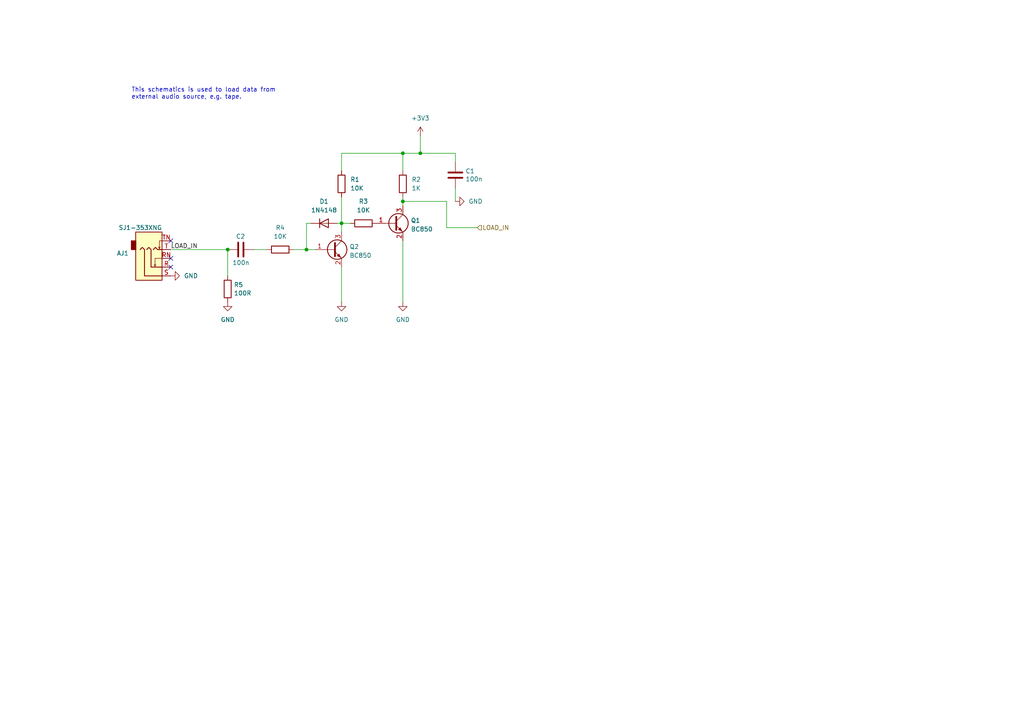
<source format=kicad_sch>
(kicad_sch (version 20250114) (generator "eeschema") (generator_version "9.0")
  (paper "A4")
  (title_block (title "FRANK M1") (date "2025-03-03") (rev "1.14") (company "Mikhail Matveev") (comment 1 "https://github.com/xtremespb/frank"))
  (lib_symbols
    (symbol "BC850_1" (pin_names (offset 0) (hide yes))
      (property "Reference" "Q" (at 5.08 1.905 0))
      (property "Value" "BC850" (at 5.08 0 0))
      (symbol "BC850_1_0_1"
        (polyline (pts (xy -2.54 0) (xy 0.635 0)))
        (polyline (pts (xy 0.635 1.905) (xy 0.635 -1.905)) (stroke (width 0.508)))
        (circle (center 1.27 0) (radius 2.8194) (stroke (width 0.254)))
      )
      (symbol "BC850_1_1_1"
        (polyline (pts (xy 0.635 0.635) (xy 2.54 2.54)))
        (polyline (pts (xy 0.635 -0.635) (xy 2.54 -2.54)))
        (polyline (pts (xy 1.27 -1.778) (xy 1.778 -1.27) (xy 2.286 -2.286) (xy 1.27 -1.778)) (fill (type outline)))
        (pin input line (at -5.08 0 0) (length 2.54) (name "B") (number "1"))
        (pin passive line (at 2.54 5.08 270) (length 2.54) (name "C") (number "3"))
        (pin passive line (at 2.54 -5.08 90) (length 2.54) (name "E") (number "2"))
      )
    )
    (symbol "Device:C" (pin_numbers (hide yes)) (pin_names (offset 0.254))
      (property "Reference" "C" (at 0.635 2.54 0))
      (property "Value" "C" (at 0.635 -2.54 0))
      (symbol "C_0_1"
        (polyline (pts (xy -2.032 0.762) (xy 2.032 0.762)) (stroke (width 0.508)))
        (polyline (pts (xy -2.032 -0.762) (xy 2.032 -0.762)) (stroke (width 0.508)))
      )
      (symbol "C_1_1"
        (pin passive line (at 0 3.81 270) (length 2.794) (name "~") (number "1"))
        (pin passive line (at 0 -3.81 90) (length 2.794) (name "~") (number "2"))
      )
    )
    (symbol "Device:D" (pin_numbers (hide yes)) (pin_names (offset 1.016) (hide yes))
      (property "Reference" "D" (at 0 2.54 0))
      (property "Value" "D" (at 0 -2.54 0))
      (symbol "D_0_1"
        (polyline (pts (xy -1.27 1.27) (xy -1.27 -1.27)) (stroke (width 0.254)))
        (polyline (pts (xy 1.27 1.27) (xy 1.27 -1.27) (xy -1.27 0) (xy 1.27 1.27)) (stroke (width 0.254)))
        (polyline (pts (xy 1.27 0) (xy -1.27 0)))
      )
      (symbol "D_1_1"
        (pin passive line (at -3.81 0 0) (length 2.54) (name "K") (number "1"))
        (pin passive line (at 3.81 0 180) (length 2.54) (name "A") (number "2"))
      )
    )
    (symbol "Device:R" (pin_numbers (hide yes)) (pin_names (offset 0))
      (property "Reference" "R" (at 2.032 0 90))
      (property "Value" "R" (at 0 0 90))
      (symbol "R_0_1"
        (rectangle (start -1.016 -2.54) (end 1.016 2.54) (stroke (width 0.254)))
      )
      (symbol "R_1_1"
        (pin passive line (at 0 3.81 270) (length 1.27) (name "~") (number "1"))
        (pin passive line (at 0 -3.81 90) (length 1.27) (name "~") (number "2"))
      )
    )
    (symbol "FRANK:AudioJack_3.5mm"
      (property "Reference" "AJ2" (at -7.1119 -4.0097 0))
      (symbol "AudioJack_3.5mm_0_1"
        (rectangle (start -5.08 -5.08) (end -6.35 -7.62) (stroke (width 0.254)) (fill (type outline)))
        (polyline (pts (xy -1.905 -5.08) (xy -1.27 -5.715) (xy -0.635 -5.08) (xy -0.635 0) (xy 2.54 0)) (stroke (width 0.254)))
        (polyline (pts (xy 0 -5.08) (xy 0.635 -5.715) (xy 1.27 -5.08) (xy 2.54 -5.08)) (stroke (width 0.254)))
        (polyline (pts (xy 0.508 -0.254) (xy 0.762 -0.762)))
        (polyline (pts (xy 1.778 -5.334) (xy 2.032 -5.842)))
        (rectangle (start 2.54 3.81) (end -5.08 -10.16) (stroke (width 0.254)) (fill (type background)))
        (polyline (pts (xy 2.54 2.54) (xy -2.54 2.54) (xy -2.54 -5.08) (xy -3.175 -5.715) (xy -3.81 -5.08)) (stroke (width 0.254)))
        (polyline (pts (xy 2.54 -2.54) (xy 0.508 -2.54) (xy 0.508 -0.254) (xy 0.254 -0.762)))
        (polyline (pts (xy 2.54 -7.62) (xy 1.778 -7.62) (xy 1.778 -5.334) (xy 1.524 -5.842)))
      )
      (symbol "AudioJack_3.5mm_1_1"
        (pin passive line (at 5.08 2.54 180) (length 2.54) (name "~") (number "S"))
        (pin passive line (at 5.08 0 180) (length 2.54) (name "~") (number "R"))
        (pin passive line (at 5.08 -2.54 180) (length 2.54) (name "~") (number "RN"))
        (pin passive line (at 5.08 -5.08 180) (length 2.54) (name "~") (number "T"))
        (pin passive line (at 5.08 -7.62 180) (length 2.54) (name "~") (number "TN"))
      )
    )
    (symbol "GND_1" (power) (pin_numbers (hide yes)) (pin_names (offset 0) (hide yes))
      (property "Value" "GND" (at 0 -3.81 0))
      (symbol "GND_1_0_1"
        (polyline (pts (xy 0 0) (xy 0 -1.27) (xy 1.27 -1.27) (xy 0 -2.54) (xy -1.27 -1.27) (xy 0 -1.27)))
      )
      (symbol "GND_1_1_1"
        (pin power_in line (at 0 0 270) (length 0) (name "~") (number "1"))
      )
    )
    (symbol "GND_2" (power) (pin_numbers (hide yes)) (pin_names (offset 0) (hide yes))
      (property "Value" "GND" (at 0 -3.81 0))
      (symbol "GND_2_0_1"
        (polyline (pts (xy 0 0) (xy 0 -1.27) (xy 1.27 -1.27) (xy 0 -2.54) (xy -1.27 -1.27) (xy 0 -1.27)))
      )
      (symbol "GND_2_1_1"
        (pin power_in line (at 0 0 270) (length 0) (name "~") (number "1"))
      )
    )
    (symbol "GND_3" (power) (pin_numbers (hide yes)) (pin_names (offset 0) (hide yes))
      (property "Value" "GND" (at 0 -3.81 0))
      (symbol "GND_3_0_1"
        (polyline (pts (xy 0 0) (xy 0 -1.27) (xy 1.27 -1.27) (xy 0 -2.54) (xy -1.27 -1.27) (xy 0 -1.27)))
      )
      (symbol "GND_3_1_1"
        (pin power_in line (at 0 0 270) (length 0) (name "~") (number "1"))
      )
    )
    (symbol "GND_4" (power) (pin_numbers (hide yes)) (pin_names (offset 0) (hide yes))
      (property "Value" "GND" (at 0 -3.81 0))
      (symbol "GND_4_0_1"
        (polyline (pts (xy 0 0) (xy 0 -1.27) (xy 1.27 -1.27) (xy 0 -2.54) (xy -1.27 -1.27) (xy 0 -1.27)))
      )
      (symbol "GND_4_1_1"
        (pin power_in line (at 0 0 270) (length 0) (name "~") (number "1"))
      )
    )
    (symbol "Transistor_BJT:BC850" (pin_names (offset 0) (hide yes))
      (property "Reference" "Q" (at 5.08 1.905 0))
      (property "Value" "BC850" (at 5.08 0 0))
      (symbol "BC850_0_1"
        (polyline (pts (xy -2.54 0) (xy 0.635 0)))
        (polyline (pts (xy 0.635 1.905) (xy 0.635 -1.905)) (stroke (width 0.508)))
        (circle (center 1.27 0) (radius 2.8194) (stroke (width 0.254)))
      )
      (symbol "BC850_1_1"
        (polyline (pts (xy 0.635 0.635) (xy 2.54 2.54)))
        (polyline (pts (xy 0.635 -0.635) (xy 2.54 -2.54)))
        (polyline (pts (xy 1.27 -1.778) (xy 1.778 -1.27) (xy 2.286 -2.286) (xy 1.27 -1.778)) (fill (type outline)))
        (pin input line (at -5.08 0 0) (length 2.54) (name "B") (number "1"))
        (pin passive line (at 2.54 5.08 270) (length 2.54) (name "C") (number "3"))
        (pin passive line (at 2.54 -5.08 90) (length 2.54) (name "E") (number "2"))
      )
    )
    (symbol "power:+3V3" (power) (pin_numbers (hide yes)) (pin_names (offset 0) (hide yes))
      (property "Value" "+3V3" (at 0 3.556 0))
      (symbol "+3V3_0_1"
        (polyline (pts (xy -0.762 1.27) (xy 0 2.54)))
        (polyline (pts (xy 0 2.54) (xy 0.762 1.27)))
        (polyline (pts (xy 0 0) (xy 0 2.54)))
      )
      (symbol "+3V3_1_1"
        (pin power_in line (at 0 0 90) (length 0) (name "~") (number "1"))
      )
    )
    (symbol "power:GND" (power) (pin_numbers (hide yes)) (pin_names (offset 0) (hide yes))
      (property "Value" "GND" (at 0 -3.81 0))
      (symbol "GND_0_1"
        (polyline (pts (xy 0 0) (xy 0 -1.27) (xy 1.27 -1.27) (xy 0 -2.54) (xy -1.27 -1.27) (xy 0 -1.27)))
      )
      (symbol "GND_1_1"
        (pin power_in line (at 0 0 270) (length 0) (name "~") (number "1"))
      )
    )
  )
  (text "This schematics is used to load data from\nexternal audio source, e.g. tape." (at 38.1 27.178 0) (effects (font (size 1.27 1.27)) (justify left)))
  (junction (at 116.84 58.42))
  (junction (at 88.9 72.39))
  (junction (at 66.04 72.39))
  (junction (at 99.06 64.77))
  (junction (at 121.92 44.45))
  (junction (at 116.84 44.45))
  (no_connect (at 49.53 69.85))
  (no_connect (at 49.53 74.93))
  (no_connect (at 49.53 77.47))
  (wire (pts (xy 116.84 58.42) (xy 129.54 58.42)))
  (wire (pts (xy 99.06 64.77) (xy 99.06 67.31)))
  (wire (pts (xy 85.09 72.39) (xy 88.9 72.39)))
  (wire (pts (xy 121.92 44.45) (xy 132.08 44.45)))
  (wire (pts (xy 129.54 58.42) (xy 129.54 66.04)))
  (wire (pts (xy 97.79 64.77) (xy 99.06 64.77)))
  (wire (pts (xy 88.9 72.39) (xy 91.44 72.39)))
  (wire (pts (xy 116.84 58.42) (xy 116.84 59.69)))
  (wire (pts (xy 90.17 64.77) (xy 88.9 64.77)))
  (wire (pts (xy 129.54 66.04) (xy 138.43 66.04)))
  (wire (pts (xy 88.9 64.77) (xy 88.9 72.39)))
  (wire (pts (xy 73.66 72.39) (xy 77.47 72.39)))
  (wire (pts (xy 116.84 44.45) (xy 121.92 44.45)))
  (wire (pts (xy 99.06 77.47) (xy 99.06 87.63)))
  (wire (pts (xy 116.84 44.45) (xy 116.84 49.53)))
  (wire (pts (xy 99.06 44.45) (xy 99.06 49.53)))
  (wire (pts (xy 121.92 39.37) (xy 121.92 44.45)))
  (wire (pts (xy 116.84 69.85) (xy 116.84 87.63)))
  (wire (pts (xy 132.08 54.61) (xy 132.08 58.42)))
  (wire (pts (xy 99.06 44.45) (xy 116.84 44.45)))
  (wire (pts (xy 132.08 44.45) (xy 132.08 46.99)))
  (wire (pts (xy 49.53 72.39) (xy 66.04 72.39)))
  (wire (pts (xy 99.06 57.15) (xy 99.06 64.77)))
  (wire (pts (xy 116.84 57.15) (xy 116.84 58.42)))
  (wire (pts (xy 66.04 72.39) (xy 66.04 80.01)))
  (wire (pts (xy 99.06 64.77) (xy 101.6 64.77)))
  (label "LOAD_IN" (at 49.53 72.39 0))
  (hierarchical_label "LOAD_IN" (shape input) (at 138.43 66.04 0))
  (symbol (lib_id "Device:D") (at 93.98 64.77 0) (unit 1)
    (property "Reference" "D7" (at 93.98 58.42 0))
    (property "Value" "1N4148" (at 93.98 60.96 0))
    (property "Footprint" "FRANK:Diode (SOD-323)" (effects (hide yes)))
    (property "Datasheet" "https://www.vishay.com/docs/85748/1n4148w.pdf" (effects (hide yes)))
    (property "Description" "Diode" (effects (hide yes)))
    (property "Sim.Device" "D" (effects (hide yes)))
    (property "Sim.Pins" "1=K 2=A" (effects (hide yes)))
    (property "AliExpress" "https://www.aliexpress.com/item/1005005707644429.html" (effects (hide yes)))
    (instances (project "" (path "" (reference "D1") (unit 1))) (project "" (path "" (reference "D7") (unit 1))))
  )
  (symbol (lib_name "GND_2") (lib_id "power:GND") (at 99.06 87.63 0) (unit 1)
    (property "Reference" "#PWR054" (effects (hide yes)))
    (property "Value" "GND" (at 99.06 92.71 0))
    (property "Description" "Power symbol creates a global label with name \"GND\" , ground" (effects (hide yes)))
    (instances (project "" (path "" (reference "#PWR07") (unit 1))) (project "" (path "" (reference "#PWR054") (unit 1))))
  )
  (symbol (lib_id "Device:R") (at 105.41 64.77 90) (unit 1)
    (property "Reference" "R30" (at 105.41 58.42 90))
    (property "Value" "10K" (at 105.41 60.96 90))
    (property "Footprint" "FRANK:Resistor (0805)" (effects (hide yes)))
    (property "Datasheet" "https://www.vishay.com/docs/28952/mcs0402at-mct0603at-mcu0805at-mca1206at.pdf" (effects (hide yes)))
    (property "AliExpress" "https://www.aliexpress.com/item/1005005945735199.html" (effects (hide yes)))
    (instances (project "38NJU24" (path "" (reference "R3") (unit 1))) (project "38NJU24" (path "" (reference "R30") (unit 1))))
  )
  (symbol (lib_id "power:GND") (at 66.04 87.63 0) (unit 1)
    (property "Reference" "#PWR053" (effects (hide yes)))
    (property "Value" "GND" (at 66.04 92.71 0))
    (property "Description" "Power symbol creates a global label with name \"GND\" , ground" (effects (hide yes)))
    (instances (project "" (path "" (reference "#PWR06") (unit 1))) (project "" (path "" (reference "#PWR053") (unit 1))))
  )
  (symbol (lib_id "Device:R") (at 116.84 53.34 0) (unit 1)
    (property "Reference" "R29" (at 119.38 52.0699 0) (effects (justify left)))
    (property "Value" "1K" (at 119.38 54.6099 0) (effects (justify left)))
    (property "Footprint" "FRANK:Resistor (0805)" (effects (hide yes)))
    (property "Datasheet" "https://www.vishay.com/docs/28952/mcs0402at-mct0603at-mcu0805at-mca1206at.pdf" (effects (hide yes)))
    (property "AliExpress" "https://www.aliexpress.com/item/1005005945735199.html" (effects (hide yes)))
    (instances (project "38NJU24" (path "" (reference "R2") (unit 1))) (project "38NJU24" (path "" (reference "R29") (unit 1))))
  )
  (symbol (lib_id "FRANK:AudioJack_3.5mm") (at 44.45 77.47 0) (mirror x) (unit 1)
    (property "Reference" "AJ2" (at 37.3381 73.4603 0) (effects (justify right)))
    (property "Value" "SJ1-353XNG" (at 46.99 66.04 0) (effects (justify right)))
    (property "Footprint" "FRANK:Jack (3.5mm)" (effects (hide yes)))
    (property "Datasheet" "https://eu.mouser.com/datasheet/2/1628/sj1_353xng-3511142.pdf" (effects (hide yes)))
    (property "Description" "Audio Jack, 3 Poles (Stereo / TRS), Switched TR Poles (Normalling)" (effects (hide yes)))
    (property "AliExpress" "https://www.aliexpress.com/item/1005006710837751.html" (effects (hide yes)))
    (instances (project "38NJU24" (path "" (reference "AJ1") (unit 1))) (project "38NJU24" (path "" (reference "AJ2") (unit 1))))
  )
  (symbol (lib_id "Device:C") (at 69.85 72.39 90) (unit 1)
    (property "Reference" "C13" (at 71.12 68.58 90) (effects (justify left)))
    (property "Value" "100n" (at 72.39 76.2 90) (effects (justify left)))
    (property "Footprint" "FRANK:Capacitor (0805)" (effects (hide yes)))
    (property "Datasheet" "https://eu.mouser.com/datasheet/2/40/KGM_X7R-3223212.pdf" (effects (hide yes)))
    (property "AliExpress" "https://www.aliexpress.com/item/33008008276.html" (effects (hide yes)))
    (instances (project "38NJU24" (path "" (reference "C2") (unit 1))) (project "38NJU24" (path "" (reference "C13") (unit 1))))
  )
  (symbol (lib_name "GND_1") (lib_id "power:GND") (at 49.53 80.01 90) (unit 1)
    (property "Reference" "#PWR052" (effects (hide yes)))
    (property "Value" "GND" (at 53.34 80.0099 90) (effects (justify right)))
    (property "Description" "Power symbol creates a global label with name \"GND\" , ground" (effects (hide yes)))
    (instances (project "" (path "" (reference "#PWR05") (unit 1))) (project "" (path "" (reference "#PWR052") (unit 1))))
  )
  (symbol (lib_id "Device:R") (at 81.28 72.39 90) (unit 1)
    (property "Reference" "R31" (at 81.28 66.04 90))
    (property "Value" "10K" (at 81.28 68.58 90))
    (property "Footprint" "FRANK:Resistor (0805)" (effects (hide yes)))
    (property "Datasheet" "https://www.vishay.com/docs/28952/mcs0402at-mct0603at-mcu0805at-mca1206at.pdf" (effects (hide yes)))
    (property "AliExpress" "https://www.aliexpress.com/item/1005005945735199.html" (effects (hide yes)))
    (instances (project "38NJU24" (path "" (reference "R4") (unit 1))) (project "38NJU24" (path "" (reference "R31") (unit 1))))
  )
  (symbol (lib_name "GND_4") (lib_id "power:GND") (at 132.08 58.42 90) (unit 1)
    (property "Reference" "#PWR051" (effects (hide yes)))
    (property "Value" "GND" (at 135.89 58.4199 90) (effects (justify right)))
    (property "Description" "Power symbol creates a global label with name \"GND\" , ground" (effects (hide yes)))
    (instances (project "" (path "" (reference "#PWR04") (unit 1))) (project "" (path "" (reference "#PWR051") (unit 1))))
  )
  (symbol (lib_name "GND_3") (lib_id "power:GND") (at 116.84 87.63 0) (unit 1)
    (property "Reference" "#PWR055" (effects (hide yes)))
    (property "Value" "GND" (at 116.84 92.71 0))
    (property "Description" "Power symbol creates a global label with name \"GND\" , ground" (effects (hide yes)))
    (instances (project "" (path "" (reference "#PWR08") (unit 1))) (project "" (path "" (reference "#PWR055") (unit 1))))
  )
  (symbol (lib_id "power:+3V3") (at 121.92 39.37 0) (unit 1)
    (property "Reference" "#PWR050" (effects (hide yes)))
    (property "Value" "+3V3" (at 121.92 34.29 0))
    (property "Description" "Power symbol creates a global label with name \"+3V3\"" (effects (hide yes)))
    (instances (project "" (path "" (reference "#PWR03") (unit 1))) (project "" (path "" (reference "#PWR050") (unit 1))))
  )
  (symbol (lib_id "Device:C") (at 132.08 50.8 0) (unit 1)
    (property "Reference" "C12" (at 135.001 49.6316 0) (effects (justify left)))
    (property "Value" "100n" (at 135.001 51.943 0) (effects (justify left)))
    (property "Footprint" "FRANK:Capacitor (0805)" (effects (hide yes)))
    (property "Datasheet" "https://eu.mouser.com/datasheet/2/40/KGM_X7R-3223212.pdf" (effects (hide yes)))
    (property "AliExpress" "https://www.aliexpress.com/item/33008008276.html" (effects (hide yes)))
    (instances (project "38NJU24" (path "" (reference "C1") (unit 1))) (project "38NJU24" (path "" (reference "C12") (unit 1))))
  )
  (symbol (lib_id "Device:R") (at 66.04 83.82 0) (unit 1)
    (property "Reference" "R32" (at 67.818 82.6078 0) (effects (justify left)))
    (property "Value" "100R" (at 67.818 85.0321 0) (effects (justify left)))
    (property "Footprint" "FRANK:Resistor (0805)" (effects (hide yes)))
    (property "Datasheet" "https://www.vishay.com/docs/28952/mcs0402at-mct0603at-mcu0805at-mca1206at.pdf" (effects (hide yes)))
    (property "AliExpress" "https://www.aliexpress.com/item/1005005945735199.html" (effects (hide yes)))
    (instances (project "38NJU24" (path "" (reference "R5") (unit 1))) (project "38NJU24" (path "" (reference "R32") (unit 1))))
  )
  (symbol (lib_name "BC850_1") (lib_id "Transistor_BJT:BC850") (at 96.52 72.39 0) (unit 1)
    (property "Reference" "Q2" (at 101.3714 71.5553 0) (effects (justify left)))
    (property "Value" "BC850" (at 101.3714 74.0922 0) (effects (justify left)))
    (property "Footprint" "Package_TO_SOT_SMD:SOT-23" (effects (hide yes)))
    (property "Datasheet" "http://www.infineon.com/dgdl/Infineon-BC847SERIES_BC848SERIES_BC849SERIES_BC850SERIES-DS-v01_01-en.pdf?fileId=db3a304314dca389011541d4630a1657" (effects (hide yes)))
    (property "Description" "0.1A Ic, 45V Vce, NPN Transistor, SOT-23" (effects (hide yes)))
    (property "AliExpress" "https://www.aliexpress.com/item/1005005008637286.html" (effects (hide yes)))
  )
  (symbol (lib_id "Device:R") (at 99.06 53.34 0) (unit 1)
    (property "Reference" "R28" (at 101.6 52.0699 0) (effects (justify left)))
    (property "Value" "10K" (at 101.6 54.6099 0) (effects (justify left)))
    (property "Footprint" "FRANK:Resistor (0805)" (effects (hide yes)))
    (property "Datasheet" "https://www.vishay.com/docs/28952/mcs0402at-mct0603at-mcu0805at-mca1206at.pdf" (effects (hide yes)))
    (property "AliExpress" "https://www.aliexpress.com/item/1005005945735199.html" (effects (hide yes)))
    (instances (project "38NJU24" (path "" (reference "R1") (unit 1))) (project "38NJU24" (path "" (reference "R28") (unit 1))))
  )
  (symbol (lib_id "Transistor_BJT:BC850") (at 114.3 64.77 0) (unit 1)
    (property "Reference" "Q1" (at 119.1514 63.9353 0) (effects (justify left)))
    (property "Value" "BC850" (at 119.1514 66.4722 0) (effects (justify left)))
    (property "Footprint" "Package_TO_SOT_SMD:SOT-23" (effects (hide yes)))
    (property "Datasheet" "http://www.infineon.com/dgdl/Infineon-BC847SERIES_BC848SERIES_BC849SERIES_BC850SERIES-DS-v01_01-en.pdf?fileId=db3a304314dca389011541d4630a1657" (effects (hide yes)))
    (property "Description" "0.1A Ic, 45V Vce, NPN Transistor, SOT-23" (effects (hide yes)))
    (property "AliExpress" "https://www.aliexpress.com/item/1005005008637286.html" (effects (hide yes)))
  )
)
</source>
